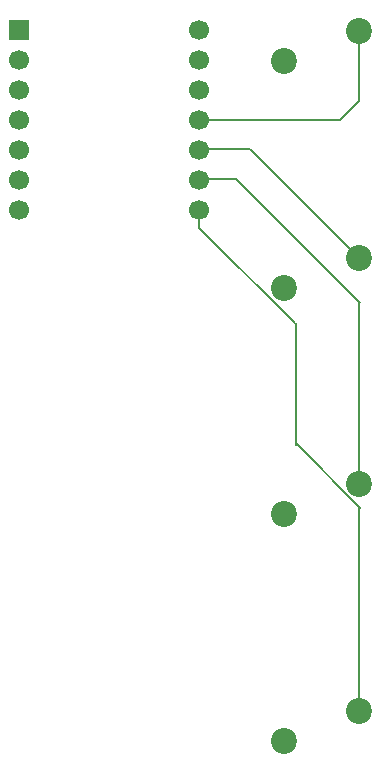
<source format=gbr>
%TF.GenerationSoftware,KiCad,Pcbnew,8.0.6*%
%TF.CreationDate,2024-11-02T08:16:50+08:00*%
%TF.ProjectId,macropad,6d616372-6f70-4616-942e-6b696361645f,rev?*%
%TF.SameCoordinates,Original*%
%TF.FileFunction,Copper,L2,Bot*%
%TF.FilePolarity,Positive*%
%FSLAX46Y46*%
G04 Gerber Fmt 4.6, Leading zero omitted, Abs format (unit mm)*
G04 Created by KiCad (PCBNEW 8.0.6) date 2024-11-02 08:16:50*
%MOMM*%
%LPD*%
G01*
G04 APERTURE LIST*
%TA.AperFunction,ComponentPad*%
%ADD10C,2.200000*%
%TD*%
%TA.AperFunction,ComponentPad*%
%ADD11R,1.700000X1.700000*%
%TD*%
%TA.AperFunction,ComponentPad*%
%ADD12C,1.700000*%
%TD*%
%TA.AperFunction,Conductor*%
%ADD13C,0.200000*%
%TD*%
G04 APERTURE END LIST*
D10*
%TO.P,SW4,1,1*%
%TO.N,Net-(U1-PB09_A7_D7_RX)*%
X156974000Y-139018631D03*
%TO.P,SW4,2,2*%
%TO.N,GND*%
X150624000Y-141558631D03*
%TD*%
%TO.P,SW3,1,1*%
%TO.N,Net-(U1-PA7_A8_D8_SCK)*%
X157016000Y-119836101D03*
%TO.P,SW3,2,2*%
%TO.N,GND*%
X150666000Y-122376101D03*
%TD*%
%TO.P,SW1,1,1*%
%TO.N,Net-(U1-PA6_A10_D10_MOSI)*%
X156960000Y-81512530D03*
%TO.P,SW1,2,2*%
%TO.N,GND*%
X150610000Y-84052530D03*
%TD*%
%TO.P,SW2,1,1*%
%TO.N,Net-(U1-PA5_A9_D9_MISO)*%
X157000000Y-100694098D03*
%TO.P,SW2,2,2*%
%TO.N,GND*%
X150650000Y-103234098D03*
%TD*%
D11*
%TO.P,U1,1,PA02_A0_D0*%
%TO.N,unconnected-(U1-PA02_A0_D0-Pad1)*%
X128200000Y-81392015D03*
D12*
%TO.P,U1,2,PA4_A1_D1*%
%TO.N,unconnected-(U1-PA4_A1_D1-Pad2)*%
X128200000Y-83932015D03*
%TO.P,U1,3,PA10_A2_D2*%
%TO.N,unconnected-(U1-PA10_A2_D2-Pad3)*%
X128200000Y-86472015D03*
%TO.P,U1,4,PA11_A3_D3*%
%TO.N,unconnected-(U1-PA11_A3_D3-Pad4)*%
X128200000Y-89012015D03*
%TO.P,U1,5,PA8_A4_D4_SDA*%
%TO.N,unconnected-(U1-PA8_A4_D4_SDA-Pad5)*%
X128200000Y-91552015D03*
%TO.P,U1,6,PA9_A5_D5_SCL*%
%TO.N,unconnected-(U1-PA9_A5_D5_SCL-Pad6)*%
X128200000Y-94092015D03*
%TO.P,U1,7,PB08_A6_D6_TX*%
%TO.N,unconnected-(U1-PB08_A6_D6_TX-Pad7)*%
X128200000Y-96632015D03*
%TO.P,U1,8,PB09_A7_D7_RX*%
%TO.N,Net-(U1-PB09_A7_D7_RX)*%
X143450000Y-96632015D03*
%TO.P,U1,9,PA7_A8_D8_SCK*%
%TO.N,Net-(U1-PA7_A8_D8_SCK)*%
X143450000Y-94092015D03*
%TO.P,U1,10,PA5_A9_D9_MISO*%
%TO.N,Net-(U1-PA5_A9_D9_MISO)*%
X143450000Y-91552015D03*
%TO.P,U1,11,PA6_A10_D10_MOSI*%
%TO.N,Net-(U1-PA6_A10_D10_MOSI)*%
X143450000Y-89012015D03*
%TO.P,U1,12,3V3*%
%TO.N,unconnected-(U1-3V3-Pad12)*%
X143450000Y-86472015D03*
%TO.P,U1,13,GND*%
%TO.N,GND*%
X143450000Y-83932015D03*
%TO.P,U1,14,5V*%
%TO.N,unconnected-(U1-5V-Pad14)*%
X143450000Y-81392015D03*
%TD*%
D13*
%TO.N,Net-(U1-PA6_A10_D10_MOSI)*%
X156960000Y-81512530D02*
X156960000Y-87375932D01*
X156960000Y-87375932D02*
X155335932Y-89000000D01*
X143410000Y-89000000D02*
X155260932Y-89000000D01*
%TO.N,Net-(U1-PA5_A9_D9_MISO)*%
X143450000Y-91440000D02*
X147765000Y-91440000D01*
X147840000Y-91534098D02*
X157000000Y-100694098D01*
%TO.N,Net-(U1-PA7_A8_D8_SCK)*%
X143450000Y-93980000D02*
X146605000Y-93980000D01*
X157100000Y-104494098D02*
X157016000Y-104578098D01*
X146680000Y-94074098D02*
X157100000Y-104494098D01*
X157016000Y-104576729D02*
X157016000Y-119930199D01*
%TO.N,Net-(U1-PB09_A7_D7_RX)*%
X143450000Y-98162500D02*
X151525000Y-106237500D01*
X151600000Y-116400000D02*
X157040000Y-121840000D01*
X156974000Y-121840000D02*
X156974000Y-139018631D01*
X151600000Y-106237500D02*
X151600000Y-116495467D01*
X143450000Y-96520000D02*
X143450000Y-98068402D01*
%TD*%
M02*

</source>
